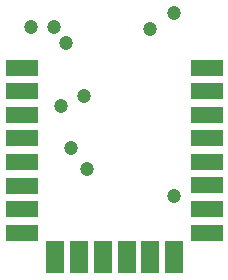
<source format=gbs>
G04 Layer_Color=16711935*
%FSLAX25Y25*%
%MOIN*%
G70*
G01*
G75*
%ADD46C,0.04737*%
%ADD47R,0.11036X0.05524*%
%ADD48R,0.06300X0.10800*%
D46*
X565650Y260236D02*
D03*
X517913Y316535D02*
D03*
X527854Y290059D02*
D03*
X531299Y276083D02*
D03*
X514124Y263632D02*
D03*
X514343Y287231D02*
D03*
X514269Y279432D02*
D03*
X525787Y316634D02*
D03*
X514217Y295232D02*
D03*
X514295Y271532D02*
D03*
X577165Y247933D02*
D03*
X514076Y247932D02*
D03*
X514099Y255832D02*
D03*
X576898Y287332D02*
D03*
X577161Y279532D02*
D03*
X577146Y303031D02*
D03*
X536500Y269200D02*
D03*
X535700Y293600D02*
D03*
X557800Y315800D02*
D03*
X529724Y311319D02*
D03*
X565650Y321063D02*
D03*
D47*
X576476Y255931D02*
D03*
X514976Y247932D02*
D03*
X576476Y303031D02*
D03*
Y295232D02*
D03*
Y287332D02*
D03*
Y279532D02*
D03*
Y271532D02*
D03*
Y263732D02*
D03*
Y248031D02*
D03*
X514976Y255832D02*
D03*
Y263632D02*
D03*
X515076Y271532D02*
D03*
Y279432D02*
D03*
Y287231D02*
D03*
Y295232D02*
D03*
Y303031D02*
D03*
D48*
X565476Y239831D02*
D03*
X557676D02*
D03*
X549876D02*
D03*
X541876D02*
D03*
X534076D02*
D03*
X526076D02*
D03*
M02*

</source>
